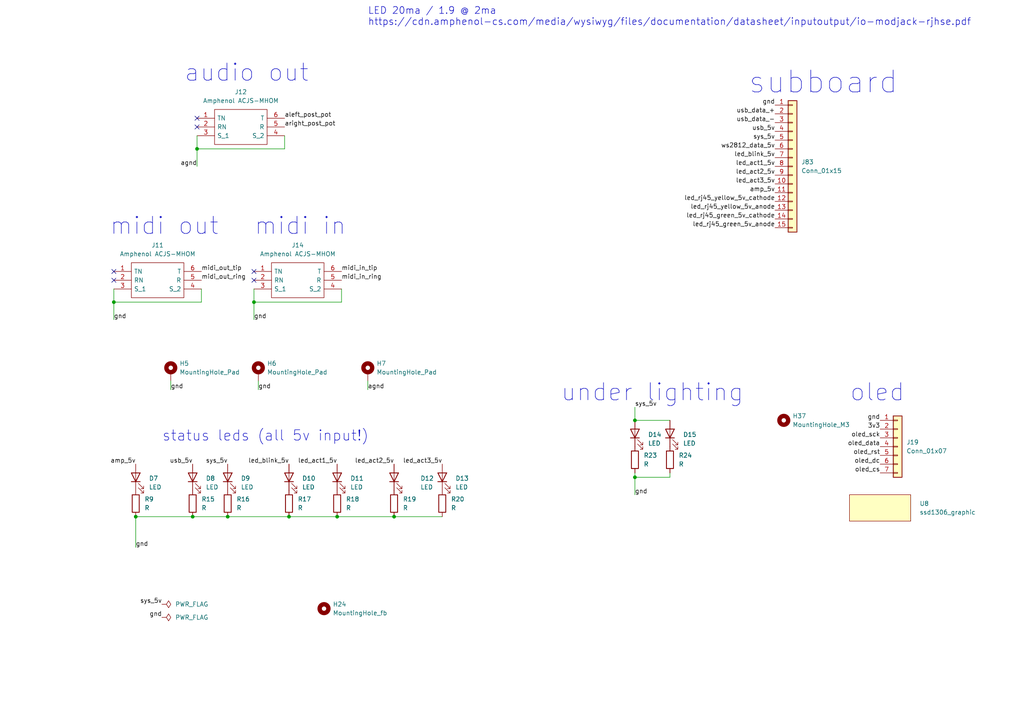
<source format=kicad_sch>
(kicad_sch (version 20211123) (generator eeschema)
  (paper "A4")
  (lib_symbols
    (symbol "Connector:USB_A" (pin_names (offset 1.016))
      (property "Reference" "J" (at -5.08 11.43 0))
      (property "Value" "USB_A" (at -5.08 8.89 0))
      (symbol "USB_A_0_1"
        (rectangle (start -5.08 -7.62) (end 5.08 7.62) (stroke (width 0.254)) (fill (type background)))
        (circle (center -3.81 2.159) (radius 0.635) (stroke (width 0.254)) (fill (type outline)))
        (rectangle (start -1.524 4.826) (end -4.318 5.334) (fill (type outline)))
        (rectangle (start -1.27 4.572) (end -4.572 5.842))
        (circle (center -0.635 3.429) (radius 0.381) (stroke (width 0.254)) (fill (type outline)))
        (rectangle (start -0.127 -7.62) (end 0.127 -6.858))
        (polyline (pts (xy -3.175 2.159) (xy -2.54 2.159) (xy -1.27 3.429) (xy -0.635 3.429)) (stroke (width 0.254)))
        (polyline (pts (xy -2.54 2.159) (xy -1.905 2.159) (xy -1.27 0.889) (xy 0 0.889)) (stroke (width 0.254)))
        (polyline (pts (xy 0.635 2.794) (xy 0.635 1.524) (xy 1.905 2.159) (xy 0.635 2.794)) (stroke (width 0.254)) (fill (type outline)))
        (rectangle (start 0.254 1.27) (end -0.508 0.508) (stroke (width 0.254)) (fill (type outline)))
        (rectangle (start 5.08 -2.667) (end 4.318 -2.413))
        (rectangle (start 5.08 -0.127) (end 4.318 0.127))
        (rectangle (start 5.08 4.953) (end 4.318 5.207))
      )
      (symbol "USB_A_1_1"
        (polyline (pts (xy -1.905 2.159) (xy 0.635 2.159)) (stroke (width 0.254)))
        (pin power_in line (at 7.62 5.08 180) (length 2.54) (name "VBUS") (number "1"))
        (pin bidirectional line (at 7.62 -2.54 180) (length 2.54) (name "D-") (number "2"))
        (pin bidirectional line (at 7.62 0 180) (length 2.54) (name "D+") (number "3"))
        (pin power_in line (at 0 -10.16 90) (length 2.54) (name "GND") (number "4"))
        (pin passive line (at -2.54 -10.16 90) (length 2.54) (name "Shield") (number "5"))
      )
    )
    (symbol "Connector_Generic:Conn_01x02" (pin_names (offset 1.016) hide)
      (property "Reference" "J" (at 0 2.54 0))
      (property "Value" "Conn_01x02" (at 0 -5.08 0))
      (symbol "Conn_01x02_1_1"
        (rectangle (start -1.27 -2.413) (end 0 -2.667) (stroke (width 0.1524)))
        (rectangle (start -1.27 0.127) (end 0 -0.127) (stroke (width 0.1524)))
        (rectangle (start -1.27 1.27) (end 1.27 -3.81) (stroke (width 0.254)) (fill (type background)))
        (pin passive line (at -5.08 0 0) (length 3.81) (name "Pin_1") (number "1"))
        (pin passive line (at -5.08 -2.54 0) (length 3.81) (name "Pin_2") (number "2"))
      )
    )
    (symbol "Connector_Generic:Conn_01x03" (pin_names (offset 1.016) hide)
      (property "Reference" "J" (at 0 5.08 0))
      (property "Value" "Conn_01x03" (at 0 -5.08 0))
      (symbol "Conn_01x03_1_1"
        (rectangle (start -1.27 -2.413) (end 0 -2.667) (stroke (width 0.1524)))
        (rectangle (start -1.27 0.127) (end 0 -0.127) (stroke (width 0.1524)))
        (rectangle (start -1.27 2.667) (end 0 2.413) (stroke (width 0.1524)))
        (rectangle (start -1.27 3.81) (end 1.27 -3.81) (stroke (width 0.254)) (fill (type background)))
        (pin passive line (at -5.08 2.54 0) (length 3.81) (name "Pin_1") (number "1"))
        (pin passive line (at -5.08 0 0) (length 3.81) (name "Pin_2") (number "2"))
        (pin passive line (at -5.08 -2.54 0) (length 3.81) (name "Pin_3") (number "3"))
      )
    )
    (symbol "Connector_Generic:Conn_01x04" (pin_names (offset 1.016) hide)
      (property "Reference" "J" (at 0 5.08 0))
      (property "Value" "Conn_01x04" (at 0 -7.62 0))
      (symbol "Conn_01x04_1_1"
        (rectangle (start -1.27 -4.953) (end 0 -5.207) (stroke (width 0.1524)))
        (rectangle (start -1.27 -2.413) (end 0 -2.667) (stroke (width 0.1524)))
        (rectangle (start -1.27 0.127) (end 0 -0.127) (stroke (width 0.1524)))
        (rectangle (start -1.27 2.667) (end 0 2.413) (stroke (width 0.1524)))
        (rectangle (start -1.27 3.81) (end 1.27 -6.35) (stroke (width 0.254)) (fill (type background)))
        (pin passive line (at -5.08 2.54 0) (length 3.81) (name "Pin_1") (number "1"))
        (pin passive line (at -5.08 0 0) (length 3.81) (name "Pin_2") (number "2"))
        (pin passive line (at -5.08 -2.54 0) (length 3.81) (name "Pin_3") (number "3"))
        (pin passive line (at -5.08 -5.08 0) (length 3.81) (name "Pin_4") (number "4"))
      )
    )
    (symbol "Connector_Generic:Conn_01x06" (pin_names (offset 1.016) hide)
      (property "Reference" "J" (at 0 7.62 0))
      (property "Value" "Conn_01x06" (at 0 -10.16 0))
      (symbol "Conn_01x06_1_1"
        (rectangle (start -1.27 -7.493) (end 0 -7.747) (stroke (width 0.1524)))
        (rectangle (start -1.27 -4.953) (end 0 -5.207) (stroke (width 0.1524)))
        (rectangle (start -1.27 -2.413) (end 0 -2.667) (stroke (width 0.1524)))
        (rectangle (start -1.27 0.127) (end 0 -0.127) (stroke (width 0.1524)))
        (rectangle (start -1.27 2.667) (end 0 2.413) (stroke (width 0.1524)))
        (rectangle (start -1.27 5.207) (end 0 4.953) (stroke (width 0.1524)))
        (rectangle (start -1.27 6.35) (end 1.27 -8.89) (stroke (width 0.254)) (fill (type background)))
        (pin passive line (at -5.08 5.08 0) (length 3.81) (name "Pin_1") (number "1"))
        (pin passive line (at -5.08 2.54 0) (length 3.81) (name "Pin_2") (number "2"))
        (pin passive line (at -5.08 0 0) (length 3.81) (name "Pin_3") (number "3"))
        (pin passive line (at -5.08 -2.54 0) (length 3.81) (name "Pin_4") (number "4"))
        (pin passive line (at -5.08 -5.08 0) (length 3.81) (name "Pin_5") (number "5"))
        (pin passive line (at -5.08 -7.62 0) (length 3.81) (name "Pin_6") (number "6"))
      )
    )
    (symbol "Connector_Generic:Conn_01x07" (pin_names (offset 1.016) hide)
      (property "Reference" "J" (at 0 10.16 0))
      (property "Value" "Conn_01x07" (at 0 -10.16 0))
      (symbol "Conn_01x07_1_1"
        (rectangle (start -1.27 -7.493) (end 0 -7.747) (stroke (width 0.1524)))
        (rectangle (start -1.27 -4.953) (end 0 -5.207) (stroke (width 0.1524)))
        (rectangle (start -1.27 -2.413) (end 0 -2.667) (stroke (width 0.1524)))
        (rectangle (start -1.27 0.127) (end 0 -0.127) (stroke (width 0.1524)))
        (rectangle (start -1.27 2.667) (end 0 2.413) (stroke (width 0.1524)))
        (rectangle (start -1.27 5.207) (end 0 4.953) (stroke (width 0.1524)))
        (rectangle (start -1.27 7.747) (end 0 7.493) (stroke (width 0.1524)))
        (rectangle (start -1.27 8.89) (end 1.27 -8.89) (stroke (width 0.254)) (fill (type background)))
        (pin passive line (at -5.08 7.62 0) (length 3.81) (name "Pin_1") (number "1"))
        (pin passive line (at -5.08 5.08 0) (length 3.81) (name "Pin_2") (number "2"))
        (pin passive line (at -5.08 2.54 0) (length 3.81) (name "Pin_3") (number "3"))
        (pin passive line (at -5.08 0 0) (length 3.81) (name "Pin_4") (number "4"))
        (pin passive line (at -5.08 -2.54 0) (length 3.81) (name "Pin_5") (number "5"))
        (pin passive line (at -5.08 -5.08 0) (length 3.81) (name "Pin_6") (number "6"))
        (pin passive line (at -5.08 -7.62 0) (length 3.81) (name "Pin_7") (number "7"))
      )
    )
    (symbol "Connector_Generic:Conn_01x08" (pin_names (offset 1.016) hide)
      (property "Reference" "J" (at 0 10.16 0))
      (property "Value" "Conn_01x08" (at 0 -12.7 0))
      (symbol "Conn_01x08_1_1"
        (rectangle (start -1.27 -10.033) (end 0 -10.287) (stroke (width 0.1524)))
        (rectangle (start -1.27 -7.493) (end 0 -7.747) (stroke (width 0.1524)))
        (rectangle (start -1.27 -4.953) (end 0 -5.207) (stroke (width 0.1524)))
        (rectangle (start -1.27 -2.413) (end 0 -2.667) (stroke (width 0.1524)))
        (rectangle (start -1.27 0.127) (end 0 -0.127) (stroke (width 0.1524)))
        (rectangle (start -1.27 2.667) (end 0 2.413) (stroke (width 0.1524)))
        (rectangle (start -1.27 5.207) (end 0 4.953) (stroke (width 0.1524)))
        (rectangle (start -1.27 7.747) (end 0 7.493) (stroke (width 0.1524)))
        (rectangle (start -1.27 8.89) (end 1.27 -11.43) (stroke (width 0.254)) (fill (type background)))
        (pin passive line (at -5.08 7.62 0) (length 3.81) (name "Pin_1") (number "1"))
        (pin passive line (at -5.08 5.08 0) (length 3.81) (name "Pin_2") (number "2"))
        (pin passive line (at -5.08 2.54 0) (length 3.81) (name "Pin_3") (number "3"))
        (pin passive line (at -5.08 0 0) (length 3.81) (name "Pin_4") (number "4"))
        (pin passive line (at -5.08 -2.54 0) (length 3.81) (name "Pin_5") (number "5"))
        (pin passive line (at -5.08 -5.08 0) (length 3.81) (name "Pin_6") (number "6"))
        (pin passive line (at -5.08 -7.62 0) (length 3.81) (name "Pin_7") (number "7"))
        (pin passive line (at -5.08 -10.16 0) (length 3.81) (name "Pin_8") (number "8"))
      )
    )
    (symbol "Connector_Generic:Conn_01x09" (pin_names (offset 1.016) hide)
      (property "Reference" "J" (at 0 12.7 0))
      (property "Value" "Conn_01x09" (at 0 -12.7 0))
      (symbol "Conn_01x09_1_1"
        (rectangle (start -1.27 -10.033) (end 0 -10.287) (stroke (width 0.1524)))
        (rectangle (start -1.27 -7.493) (end 0 -7.747) (stroke (width 0.1524)))
        (rectangle (start -1.27 -4.953) (end 0 -5.207) (stroke (width 0.1524)))
        (rectangle (start -1.27 -2.413) (end 0 -2.667) (stroke (width 0.1524)))
        (rectangle (start -1.27 0.127) (end 0 -0.127) (stroke (width 0.1524)))
        (rectangle (start -1.27 2.667) (end 0 2.413) (stroke (width 0.1524)))
        (rectangle (start -1.27 5.207) (end 0 4.953) (stroke (width 0.1524)))
        (rectangle (start -1.27 7.747) (end 0 7.493) (stroke (width 0.1524)))
        (rectangle (start -1.27 10.287) (end 0 10.033) (stroke (width 0.1524)))
        (rectangle (start -1.27 11.43) (end 1.27 -11.43) (stroke (width 0.254)) (fill (type background)))
        (pin passive line (at -5.08 10.16 0) (length 3.81) (name "Pin_1") (number "1"))
        (pin passive line (at -5.08 7.62 0) (length 3.81) (name "Pin_2") (number "2"))
        (pin passive line (at -5.08 5.08 0) (length 3.81) (name "Pin_3") (number "3"))
        (pin passive line (at -5.08 2.54 0) (length 3.81) (name "Pin_4") (number "4"))
        (pin passive line (at -5.08 0 0) (length 3.81) (name "Pin_5") (number "5"))
        (pin passive line (at -5.08 -2.54 0) (length 3.81) (name "Pin_6") (number "6"))
        (pin passive line (at -5.08 -5.08 0) (length 3.81) (name "Pin_7") (number "7"))
        (pin passive line (at -5.08 -7.62 0) (length 3.81) (name "Pin_8") (number "8"))
        (pin passive line (at -5.08 -10.16 0) (length 3.81) (name "Pin_9") (number "9"))
      )
    )
    (symbol "Connector_Generic:Conn_01x12" (pin_names (offset 1.016) hide)
      (property "Reference" "J" (at 0 15.24 0))
      (property "Value" "Conn_01x12" (at 0 -17.78 0))
      (symbol "Conn_01x12_1_1"
        (rectangle (start -1.27 -15.113) (end 0 -15.367) (stroke (width 0.1524)))
        (rectangle (start -1.27 -12.573) (end 0 -12.827) (stroke (width 0.1524)))
        (rectangle (start -1.27 -10.033) (end 0 -10.287) (stroke (width 0.1524)))
        (rectangle (start -1.27 -7.493) (end 0 -7.747) (stroke (width 0.1524)))
        (rectangle (start -1.27 -4.953) (end 0 -5.207) (stroke (width 0.1524)))
        (rectangle (start -1.27 -2.413) (end 0 -2.667) (stroke (width 0.1524)))
        (rectangle (start -1.27 0.127) (end 0 -0.127) (stroke (width 0.1524)))
        (rectangle (start -1.27 2.667) (end 0 2.413) (stroke (width 0.1524)))
        (rectangle (start -1.27 5.207) (end 0 4.953) (stroke (width 0.1524)))
        (rectangle (start -1.27 7.747) (end 0 7.493) (stroke (width 0.1524)))
        (rectangle (start -1.27 10.287) (end 0 10.033) (stroke (width 0.1524)))
        (rectangle (start -1.27 12.827) (end 0 12.573) (stroke (width 0.1524)))
        (rectangle (start -1.27 13.97) (end 1.27 -16.51) (stroke (width 0.254)) (fill (type background)))
        (pin passive line (at -5.08 12.7 0) (length 3.81) (name "Pin_1") (number "1"))
        (pin passive line (at -5.08 -10.16 0) (length 3.81) (name "Pin_10") (number "10"))
        (pin passive line (at -5.08 -12.7 0) (length 3.81) (name "Pin_11") (number "11"))
        (pin passive line (at -5.08 -15.24 0) (length 3.81) (name "Pin_12") (number "12"))
        (pin passive line (at -5.08 10.16 0) (length 3.81) (name "Pin_2") (number "2"))
        (pin passive line (at -5.08 7.62 0) (length 3.81) (name "Pin_3") (number "3"))
        (pin passive line (at -5.08 5.08 0) (length 3.81) (name "Pin_4") (number "4"))
        (pin passive line (at -5.08 2.54 0) (length 3.81) (name "Pin_5") (number "5"))
        (pin passive line (at -5.08 0 0) (length 3.81) (name "Pin_6") (number "6"))
        (pin passive line (at -5.08 -2.54 0) (length 3.81) (name "Pin_7") (number "7"))
        (pin passive line (at -5.08 -5.08 0) (length 3.81) (name "Pin_8") (number "8"))
        (pin passive line (at -5.08 -7.62 0) (length 3.81) (name "Pin_9") (number "9"))
      )
    )
    (symbol "Connector_Generic:Conn_01x15" (pin_names (offset 1.016) hide)
      (property "Reference" "J" (at 0 20.32 0))
      (property "Value" "Conn_01x15" (at 0 -20.32 0))
      (symbol "Conn_01x15_1_1"
        (rectangle (start -1.27 -17.653) (end 0 -17.907) (stroke (width 0.1524)))
        (rectangle (start -1.27 -15.113) (end 0 -15.367) (stroke (width 0.1524)))
        (rectangle (start -1.27 -12.573) (end 0 -12.827) (stroke (width 0.1524)))
        (rectangle (start -1.27 -10.033) (end 0 -10.287) (stroke (width 0.1524)))
        (rectangle (start -1.27 -7.493) (end 0 -7.747) (stroke (width 0.1524)))
        (rectangle (start -1.27 -4.953) (end 0 -5.207) (stroke (width 0.1524)))
        (rectangle (start -1.27 -2.413) (end 0 -2.667) (stroke (width 0.1524)))
        (rectangle (start -1.27 0.127) (end 0 -0.127) (stroke (width 0.1524)))
        (rectangle (start -1.27 2.667) (end 0 2.413) (stroke (width 0.1524)))
        (rectangle (start -1.27 5.207) (end 0 4.953) (stroke (width 0.1524)))
        (rectangle (start -1.27 7.747) (end 0 7.493) (stroke (width 0.1524)))
        (rectangle (start -1.27 10.287) (end 0 10.033) (stroke (width 0.1524)))
        (rectangle (start -1.27 12.827) (end 0 12.573) (stroke (width 0.1524)))
        (rectangle (start -1.27 15.367) (end 0 15.113) (stroke (width 0.1524)))
        (rectangle (start -1.27 17.907) (end 0 17.653) (stroke (width 0.1524)))
        (rectangle (start -1.27 19.05) (end 1.27 -19.05) (stroke (width 0.254)) (fill (type background)))
        (pin passive line (at -5.08 17.78 0) (length 3.81) (name "Pin_1") (number "1"))
        (pin passive line (at -5.08 -5.08 0) (length 3.81) (name "Pin_10") (number "10"))
        (pin passive line (at -5.08 -7.62 0) (length 3.81) (name "Pin_11") (number "11"))
        (pin passive line (at -5.08 -10.16 0) (length 3.81) (name "Pin_12") (number "12"))
        (pin passive line (at -5.08 -12.7 0) (length 3.81) (name "Pin_13") (number "13"))
        (pin passive line (at -5.08 -15.24 0) (length 3.81) (name "Pin_14") (number "14"))
        (pin passive line (at -5.08 -17.78 0) (length 3.81) (name "Pin_15") (number "15"))
        (pin passive line (at -5.08 15.24 0) (length 3.81) (name "Pin_2") (number "2"))
        (pin passive line (at -5.08 12.7 0) (length 3.81) (name "Pin_3") (number "3"))
        (pin passive line (at -5.08 10.16 0) (length 3.81) (name "Pin_4") (number "4"))
        (pin passive line (at -5.08 7.62 0) (length 3.81) (name "Pin_5") (number "5"))
        (pin passive line (at -5.08 5.08 0) (length 3.81) (name "Pin_6") (number "6"))
        (pin passive line (at -5.08 2.54 0) (length 3.81) (name "Pin_7") (number "7"))
        (pin passive line (at -5.08 0 0) (length 3.81) (name "Pin_8") (number "8"))
        (pin passive line (at -5.08 -2.54 0) (length 3.81) (name "Pin_9") (number "9"))
      )
    )
    (symbol "Device:C" (pin_numbers hide) (pin_names (offset 0.254))
      (property "Reference" "C" (at 0.635 2.54 0))
      (property "Value" "C" (at 0.635 -2.54 0))
      (symbol "C_0_1"
        (polyline (pts (xy -2.032 -0.762) (xy 2.032 -0.762)) (stroke (width 0.508)))
        (polyline (pts (xy -2.032 0.762) (xy 2.032 0.762)) (stroke (width 0.508)))
      )
      (symbol "C_1_1"
        (pin passive line (at 0 3.81 270) (length 2.794) (name "~") (number "1"))
        (pin passive line (at 0 -3.81 90) (length 2.794) (name "~") (number "2"))
      )
    )
    (symbol "Device:LED" (pin_numbers hide) (pin_names (offset 1.016) hide)
      (property "Reference" "D" (at 0 2.54 0))
      (property "Value" "LED" (at 0 -2.54 0))
      (symbol "LED_0_1"
        (polyline (pts (xy -1.27 -1.27) (xy -1.27 1.27)) (stroke (width 0.254)))
        (polyline (pts (xy -1.27 0) (xy 1.27 0)))
        (polyline (pts (xy 1.27 -1.27) (xy 1.27 1.27) (xy -1.27 0) (xy 1.27 -1.27)) (stroke (width 0.254)))
        (polyline (pts (xy -3.048 -0.762) (xy -4.572 -2.286) (xy -3.81 -2.286) (xy -4.572 -2.286) (xy -4.572 -1.524)))
        (polyline (pts (xy -1.778 -0.762) (xy -3.302 -2.286) (xy -2.54 -2.286) (xy -3.302 -2.286) (xy -3.302 -1.524)))
      )
      (symbol "LED_1_1"
        (pin passive line (at -3.81 0 0) (length 2.54) (name "K") (number "1"))
        (pin passive line (at 3.81 0 180) (length 2.54) (name "A") (number "2"))
      )
    )
    (symbol "Device:NetTie_2" (pin_numbers hide) (pin_names (offset 0) hide)
      (property "Reference" "NT" (at 0 1.27 0))
      (property "Value" "NetTie_2" (at 0 -1.27 0))
      (symbol "NetTie_2_0_1"
        (polyline (pts (xy -1.27 0) (xy 1.27 0)) (stroke (width 0.254)))
      )
      (symbol "NetTie_2_1_1"
        (pin passive line (at -2.54 0 0) (length 2.54) (name "1") (number "1"))
        (pin passive line (at 2.54 0 180) (length 2.54) (name "2") (number "2"))
      )
    )
    (symbol "Device:R" (pin_numbers hide) (pin_names (offset 0))
      (property "Reference" "R" (at 2.032 0 90))
      (property "Value" "R" (at 0 0 90))
      (symbol "R_0_1"
        (rectangle (start -1.016 -2.54) (end 1.016 2.54) (stroke (width 0.254)))
      )
      (symbol "R_1_1"
        (pin passive line (at 0 3.81 270) (length 1.27) (name "~") (number "1"))
        (pin passive line (at 0 -3.81 90) (length 1.27) (name "~") (number "2"))
      )
    )
    (symbol "Mechanical:MountingHole" (pin_names (offset 1.016))
      (property "Reference" "H" (at 0 5.08 0))
      (property "Value" "MountingHole" (at 0 3.175 0))
      (symbol "MountingHole_0_1"
        (circle (center 0 0) (radius 1.27) (stroke (width 1.27)))
      )
    )
    (symbol "Mechanical:MountingHole_Pad" (pin_numbers hide) (pin_names (offset 1.016) hide)
      (property "Reference" "H" (at 0 6.35 0))
      (property "Value" "MountingHole_Pad" (at 0 4.445 0))
      (symbol "MountingHole_Pad_0_1"
        (circle (center 0 1.27) (radius 1.27) (stroke (width 1.27)))
      )
      (symbol "MountingHole_Pad_1_1"
        (pin input line (at 0 -2.54 90) (length 2.54) (name "1") (number "1"))
      )
    )
    (symbol "clarinoid2:Amphenol ACJS-MHOM" (pin_names (offset 0.762))
      (property "Reference" "J" (at 21.59 7.62 0))
      (property "Value" "Amphenol ACJS-MHOM" (at 21.59 5.08 0))
      (symbol "Amphenol ACJS-MHOM_0_0"
        (pin passive line (at 0 0 0) (length 5.08) (name "TN") (number "1"))
        (pin passive line (at 0 -2.54 0) (length 5.08) (name "RN") (number "2"))
        (pin passive line (at 0 -5.08 0) (length 5.08) (name "S_1") (number "3"))
        (pin passive line (at 25.4 -5.08 180) (length 5.08) (name "S_2") (number "4"))
        (pin passive line (at 25.4 -2.54 180) (length 5.08) (name "R") (number "5"))
        (pin passive line (at 25.4 0 180) (length 5.08) (name "T") (number "6"))
      )
      (symbol "Amphenol ACJS-MHOM_0_1"
        (polyline (pts (xy 5.08 2.54) (xy 20.32 2.54) (xy 20.32 -7.62) (xy 5.08 -7.62) (xy 5.08 2.54)) (stroke (width 0.1524)))
      )
    )
    (symbol "clarinoid2:Placeholder" (in_bom no)
      (property "Reference" "U" (at 0 0 0))
      (property "Value" "Placeholder" (at 0 -1.27 0))
      (symbol "Placeholder_0_1"
        (rectangle (start -8.89 2.54) (end 8.89 -5.08) (fill (type background)))
      )
    )
    (symbol "power:PWR_FLAG" (power) (pin_numbers hide) (pin_names (offset 0) hide)
      (property "Value" "PWR_FLAG" (at 0 3.81 0))
      (symbol "PWR_FLAG_0_0"
        (pin power_out line (at 0 0 90) (length 0) (name "pwr") (number "1"))
      )
      (symbol "PWR_FLAG_0_1"
        (polyline (pts (xy 0 0) (xy 0 1.27) (xy -1.016 1.905) (xy 0 2.54) (xy 1.016 1.905) (xy 0 1.27)))
      )
    )
  )
  (junction (at 420.37 116.84))
  (junction (at 83.82 149.86))
  (junction (at 33.02 87.63))
  (junction (at 434.975 116.84))
  (junction (at 97.79 149.86))
  (junction (at 463.55 124.46))
  (junction (at 434.975 124.46))
  (junction (at 55.88 149.86))
  (junction (at 463.55 116.84))
  (junction (at 345.44 63.5))
  (junction (at 448.31 124.46))
  (junction (at 184.15 138.43))
  (junction (at 476.25 116.84))
  (junction (at 114.3 149.86))
  (junction (at 448.31 116.84))
  (junction (at 73.66 87.63))
  (junction (at 66.04 149.86))
  (junction (at 57.15 43.18))
  (junction (at 39.37 149.86))
  (junction (at 184.15 121.92))
  (no_connect (at 73.66 78.74))
  (no_connect (at 73.66 81.28))
  (no_connect (at 33.02 81.28))
  (no_connect (at 33.02 78.74))
  (no_connect (at 57.15 36.83))
  (no_connect (at 57.15 34.29))
  (wire (pts (xy 33.02 83.82) (xy 33.02 87.63)))
  (wire (pts (xy 114.3 149.86) (xy 128.27 149.86)))
  (wire (pts (xy 82.55 43.18) (xy 57.15 43.18)))
  (wire (pts (xy 184.15 143.51) (xy 184.15 138.43)))
  (wire (pts (xy 345.44 67.31) (xy 345.44 63.5)))
  (wire (pts (xy 184.15 138.43) (xy 184.15 137.16)))
  (wire (pts (xy 33.02 87.63) (xy 33.02 92.71)))
  (wire (pts (xy 97.79 149.86) (xy 114.3 149.86)))
  (wire (pts (xy 184.15 121.92) (xy 194.31 121.92)))
  (wire (pts (xy 448.31 124.46) (xy 463.55 124.46)))
  (wire (pts (xy 463.55 116.84) (xy 448.31 116.84)))
  (wire (pts (xy 99.06 83.82) (xy 99.06 87.63)))
  (wire (pts (xy 58.42 83.82) (xy 58.42 87.63)))
  (wire (pts (xy 434.975 124.46) (xy 448.31 124.46)))
  (wire (pts (xy 57.15 48.26) (xy 57.15 43.18)))
  (wire (pts (xy 74.93 113.03) (xy 74.93 110.49)))
  (wire (pts (xy 73.66 87.63) (xy 73.66 92.71)))
  (wire (pts (xy 412.75 116.84) (xy 420.37 116.84)))
  (wire (pts (xy 73.66 83.82) (xy 73.66 87.63)))
  (wire (pts (xy 57.15 43.18) (xy 57.15 39.37)))
  (wire (pts (xy 194.31 137.16) (xy 194.31 138.43)))
  (wire (pts (xy 39.37 149.86) (xy 55.88 149.86)))
  (wire (pts (xy 476.25 116.84) (xy 463.55 116.84)))
  (wire (pts (xy 83.82 149.86) (xy 97.79 149.86)))
  (wire (pts (xy 55.88 149.86) (xy 66.04 149.86)))
  (wire (pts (xy 184.15 118.11) (xy 184.15 121.92)))
  (wire (pts (xy 194.31 138.43) (xy 184.15 138.43)))
  (wire (pts (xy 39.37 158.75) (xy 39.37 149.86)))
  (wire (pts (xy 66.04 149.86) (xy 83.82 149.86)))
  (wire (pts (xy 82.55 39.37) (xy 82.55 43.18)))
  (wire (pts (xy 448.31 116.84) (xy 434.975 116.84)))
  (wire (pts (xy 463.55 124.46) (xy 476.25 124.46)))
  (wire (pts (xy 487.68 116.84) (xy 476.25 116.84)))
  (wire (pts (xy 49.53 113.03) (xy 49.53 110.49)))
  (wire (pts (xy 434.975 116.84) (xy 420.37 116.84)))
  (wire (pts (xy 99.06 87.63) (xy 73.66 87.63)))
  (wire (pts (xy 420.37 124.46) (xy 434.975 124.46)))
  (wire (pts (xy 106.68 113.03) (xy 106.68 110.49)))
  (wire (pts (xy 342.9 63.5) (xy 345.44 63.5)))
  (wire (pts (xy 58.42 87.63) (xy 33.02 87.63)))
  (text "audio out" (at 53.34 24.13 0) (effects (font (size 5 5)) (justify left bottom)))
  (text "USB-A host for\nkeyboard (internal)" (at 335.28 36.83 0) (effects (font (size 6.35 6.35)) (justify left bottom)))
  (text "led" (at 398.78 154.94 0) (effects (font (size 5 5)) (justify left bottom)))
  (text "MAIN BOTTOM\n\nadd test points" (at 5.08 -3.81 0) (effects (font (size 5 5) (thickness 1) bold) (justify left bottom)))
  (text "led+midi" (at -40.64 100.33 0) (effects (font (size 5 5)) (justify left bottom)))
  (text "audio" (at -33.02 186.69 0) (effects (font (size 5 5)) (justify left bottom)))
  (text "oled from top" (at -63.5 38.1 0) (effects (font (size 5 5)) (justify left bottom)))
  (text "status leds (all 5v input!)" (at 46.99 128.27 0) (effects (font (size 3 3)) (justify left bottom)))
  (text "to top" (at -48.26 25.4 0) (effects (font (size 5 5) (thickness 1) bold) (justify left bottom)))
  (text "to batt" (at 347.98 102.87 0) (effects (font (size 5 5)) (justify left bottom)))
  (text "pwr+usb" (at -49.53 67.31 0) (effects (font (size 5 5)) (justify left bottom)))
  (text "midi out" (at 31.75 68.58 0) (effects (font (size 5 5)) (justify left bottom)))
  (text "potentiometer header + power" (at 411.48 76.2 0) (effects (font (size 5 5)) (justify left bottom)))
  (text "midi in" (at 73.66 68.58 0) (effects (font (size 5 5)) (justify left bottom)))
  (text "wire" (at 330.2 149.86 0) (effects (font (size 5 5)) (justify left bottom)))
  (text "under lighting" (at 162.56 116.84 0) (effects (font (size 5 5)) (justify left bottom)))
  (text "oled" (at 246.38 116.84 0) (effects (font (size 5 5)) (justify left bottom)))
  (text "buttons" (at -39.37 143.51 0) (effects (font (size 5 5)) (justify left bottom)))
  (text "LED 20ma / 1.9 @ 2ma\nhttps://cdn.amphenol-cs.com/media/wysiwyg/files/documentation/datasheet/inputoutput/io-modjack-rjhse.pdf\n" (at 106.68 7.62 0) (effects (font (size 2 2)) (justify left bottom)))
  (text "subboard" (at 216.916 27.686 0) (effects (font (size 6.35 6.35)) (justify left bottom)))
  (label "midi_out_tip" (at -30.48 132.08 180))
  (label "btn_x5" (at 342.9 184.15 180))
  (label "midi_in_ring" (at 99.06 81.28 0))
  (label "usb_host_+" (at -34.29 90.17 180))
  (label "led_blink_5v" (at 400.05 187.96 180))
  (label "led_rj45_green_5v_anode" (at 224.79 66.04 180))
  (label "led_rj45_yellow_5v_anode" (at -30.48 116.84 180))
  (label "led_blink_5v" (at -30.48 106.68 180))
  (label "oled_data" (at 255.27 129.54 180))
  (label "ws2812_data_5v" (at -30.48 121.92 180))
  (label "pot_sw1" (at 433.07 106.68 180))
  (label "usb_5v" (at 55.88 134.62 180))
  (label "btn_x7" (at 316.23 161.29 180))
  (label "gnd" (at 73.66 92.71 0))
  (label "oled_dc" (at -35.56 53.34 180))
  (label "gnd" (at 316.23 158.75 180))
  (label "pot_sw2" (at 447.04 97.79 180))
  (label "led_act2_5v" (at 224.79 50.8 180))
  (label "3v3" (at -35.56 43.18 180))
  (label "btn_x1" (at 342.9 161.29 180))
  (label "3v3" (at -34.29 80.01 180))
  (label "usb_host_-" (at -34.29 92.71 180))
  (label "sys_5v" (at 46.99 175.26 180))
  (label "usb_5v" (at 401.32 170.18 180))
  (label "enc_a" (at 342.9 198.12 180))
  (label "gnd" (at 342.9 181.61 180))
  (label "gnd" (at -34.29 72.39 180))
  (label "usb_host_-" (at 353.06 55.88 0))
  (label "oled_sck" (at -35.56 45.72 180))
  (label "led_rj45_yellow_5v_anode" (at 224.79 60.96 180))
  (label "gnd" (at -29.21 147.32 180))
  (label "led_blink_5v" (at 224.79 45.72 180))
  (label "oled_sck" (at 255.27 127 180))
  (label "gnd" (at 46.99 179.07 180))
  (label "gnd" (at 401.32 196.85 180))
  (label "usb_5v" (at 224.79 38.1 180))
  (label "prg" (at -34.29 74.93 180))
  (label "sys_5v" (at -34.29 77.47 180))
  (label "enc_btn" (at 342.9 195.58 180))
  (label "led_act2_5v" (at 114.3 134.62 180))
  (label "aright_post_pot" (at 82.55 36.83 0))
  (label "amp_5v" (at 224.79 55.88 180))
  (label "agnd" (at 106.68 113.03 0))
  (label "usb_data_+" (at 224.79 33.02 180))
  (label "aleft_post_pot" (at 447.04 82.55 180))
  (label "sys_5v" (at 492.76 116.84 0))
  (label "led_act3_5v" (at -30.48 114.3 180))
  (label "amp_5v" (at 401.32 165.1 180))
  (label "gnd" (at 39.37 158.75 0))
  (label "gnd" (at 224.79 30.48 180))
  (label "led_act3_5v" (at 224.79 53.34 180))
  (label "usb_data_-" (at -34.29 85.09 180))
  (label "agnd" (at -30.48 190.5 180))
  (label "sys_5v" (at 353.06 48.26 0))
  (label "pot_sw2" (at 412.75 116.84 180))
  (label "3v3" (at 255.27 124.46 180))
  (label "btn_x4" (at -29.21 157.48 180))
  (label "usb_data_+" (at -34.29 82.55 180))
  (label "gnd" (at 49.53 113.03 0))
  (label "midi_out_tip" (at 58.42 78.74 0))
  (label "gnd" (at 316.23 171.45 180))
  (label "btn_x2" (at -29.21 152.4 180))
  (label "btn_x8" (at 316.23 166.37 180))
  (label "chargeoutp_5v" (at 438.15 106.68 0))
  (label "usb_5v" (at 339.09 110.49 180))
  (label "btn_x8" (at -29.21 167.64 180))
  (label "midi_in_tip" (at -30.48 127 180))
  (label "btn_x4" (at 342.9 177.8 180))
  (label "led_act2_5v" (at 401.32 199.39 180))
  (label "gnd" (at 184.15 143.51 0))
  (label "sys_5v" (at 224.79 40.64 180))
  (label "aright_pre_pot" (at 447.04 92.71 180))
  (label "agnd" (at 57.15 48.26 180))
  (label "gnd" (at 342.9 175.26 180))
  (label "btn_x3" (at -29.21 154.94 180))
  (label "sys_5v" (at 339.09 113.03 180))
  (label "chargeoutp_5v" (at 339.09 115.57 180))
  (label "gnd" (at 400.05 185.42 180))
  (label "btn_x3" (at 342.9 172.72 180))
  (label "aleft_pre_pot" (at 447.04 85.09 180))
  (label "oled_rst" (at -35.56 50.8 180))
  (label "gnd" (at 342.9 163.83 180))
  (label "gnd" (at 342.9 170.18 180))
  (label "sys_5v" (at 66.04 134.62 180))
  (label "aleft_pre_pot" (at -30.48 193.04 180))
  (label "led_rj45_yellow_5v_cathode" (at 224.79 58.42 180))
  (label "enc_btn" (at -29.21 170.18 180))
  (label "gnd" (at 339.09 107.95 180))
  (label "oled_data" (at -35.56 48.26 180))
  (label "led_rj45_green_5v_cathode" (at 224.79 63.5 180))
  (label "usb_data_-" (at 224.79 35.56 180))
  (label "gnd" (at 342.9 193.04 180))
  (label "ws2812_data_5v" (at 224.79 43.18 180))
  (label "sys_5v" (at 184.15 118.11 0))
  (label "btn_x6" (at 342.9 189.23 180))
  (label "btn_x1" (at -29.21 149.86 180))
  (label "gnd" (at 74.93 113.03 0))
  (label "midi_out_ring" (at -30.48 129.54 180))
  (label "led_act1_5v" (at 401.32 194.31 180))
  (label "enc_b" (at 342.9 200.66 180))
  (label "led_rj45_green_5v_anode" (at -30.48 119.38 180))
  (label "led_act3_5v" (at 401.32 204.47 180))
  (label "gnd" (at 342.9 186.69 180))
  (label "gnd" (at 255.27 121.92 180))
  (label "oled_cs" (at -35.56 55.88 180))
  (label "btn_x6" (at -29.21 162.56 180))
  (label "oled_dc" (at 255.27 134.62 180))
  (label "gnd" (at 342.9 158.75 180))
  (label "gnd" (at 345.44 67.31 0))
  (label "enc_a" (at -29.21 172.72 180))
  (label "pot_sw1" (at 447.04 95.25 180))
  (label "gnd" (at 316.23 163.83 180))
  (label "sys_5v" (at 401.32 175.26 180))
  (label "led_act1_5v" (at 224.79 48.26 180))
  (label "aright_post_pot" (at 447.04 90.17 180))
  (label "led_act1_5v" (at -30.48 109.22 180))
  (label "btn_x7" (at -29.21 165.1 180))
  (label "midi_out_ring" (at 58.42 81.28 0))
  (label "enc_b" (at -29.21 175.26 180))
  (label "led_act1_5v" (at 97.79 134.62 180))
  (label "amp_5v" (at 39.37 134.62 180))
  (label "gnd" (at 420.37 124.46 270))
  (label "agnd" (at 447.04 87.63 180))
  (label "prg" (at 316.23 173.99 180))
  (label "btn_x2" (at 342.9 166.37 180))
  (label "gnd" (at 401.32 172.72 180))
  (label "led_act2_5v" (at -30.48 111.76 180))
  (label "gnd" (at 401.32 167.64 180))
  (label "midi_in_ring" (at -30.48 124.46 180))
  (label "oled_cs" (at 255.27 137.16 180))
  (label "gnd" (at 401.32 191.77 180))
  (label "oled_rst" (at 255.27 132.08 180))
  (label "gnd" (at -35.56 40.64 180))
  (label "aleft_post_pot" (at 82.55 34.29 0))
  (label "led_act3_5v" (at 128.27 134.62 180))
  (label "aright_pre_pot" (at -30.48 195.58 180))
  (label "gnd" (at -30.48 104.14 180))
  (label "midi_in_tip" (at 99.06 78.74 0))
  (label "gnd" (at 33.02 92.71 0))
  (label "gnd" (at 401.32 162.56 180))
  (label "gnd" (at 401.32 201.93 180))
  (label "usb_host_+" (at 353.06 53.34 0))
  (label "btn_x5" (at -29.21 160.02 180))
  (label "usb_5v" (at -34.29 87.63 180))
  (label "led_blink_5v" (at 83.82 134.62 180))
  (label "agnd" (at 447.04 80.01 180))
  (symbol (lib_id "Device:R") (at 128.27 146.05 0) (unit 1) (in_bom no)
    (property "Reference" "R20" (at 130.81 144.7799 0) (effects (justify left)))
    (property "Value" "R" (at 130.81 147.3199 0) (effects (justify left)))
    (property "Footprint" "Resistor_THT:R_Axial_DIN0207_L6.3mm_D2.5mm_P10.16mm_Horizontal" (effects hide))
  )
  (symbol (lib_id "Device:C") (at 434.975 120.65 0) (unit 1)
    (property "Reference" "C22" (at 440.055 119.3799 0) (effects (justify left)))
    (property "Value" "22uF" (at 440.055 121.9199 0) (effects (justify left)))
    (property "Footprint" "Capacitor_SMD:C_1206_3216Metric" (effects hide))
    (property "LCSC part number" "C12891" (effects hide))
    (property "LCSC" "C12891" (effects hide))
  )
  (symbol (lib_id "Device:LED") (at 97.79 138.43 90) (unit 1) (in_bom no)
    (property "Reference" "D11" (at 101.6 138.7474 90) (effects (justify right)))
    (property "Value" "LED" (at 101.6 141.2874 90) (effects (justify right)))
    (property "Footprint" "clarinoid2:LED_D5.0mm_withbottomtext" (effects hide))
  )
  (symbol (lib_id "Connector_Generic:Conn_01x07") (at -30.48 48.26 0) (unit 1)
    (property "Reference" "J10" (at -27.94 46.9899 0) (effects (justify left)))
    (property "Value" "Conn_01x07" (at -27.94 49.5299 0) (effects (justify left)))
    (property "Footprint" "Connector_PinSocket_2.54mm:PinSocket_1x07_P2.54mm_Vertical" (effects hide))
    (property "LCSC" "C358721" (effects hide))
    (property "LCSC part number" "C358721" (effects hide))
  )
  (symbol (lib_id "Connector_Generic:Conn_01x04") (at 321.31 161.29 0) (unit 1) (in_bom no)
    (property "Reference" "J7" (at 323.85 161.2899 0) (effects (justify left)))
    (property "Value" "Conn_01x04" (at 323.85 163.8299 0) (effects (justify left)))
    (property "Footprint" "Connector_JST:JST_PH_B4B-PH-K_1x04_P2.00mm_Vertical" (effects hide))
  )
  (symbol (lib_id "Device:C") (at 476.25 120.65 0) (unit 1)
    (property "Reference" "C25" (at 480.695 119.3799 0) (effects (justify left)))
    (property "Value" "0.1uF" (at 480.695 121.9199 0) (effects (justify left)))
    (property "Footprint" "Capacitor_SMD:C_0805_2012Metric" (effects hide))
    (property "LCSC part number" "C49678" (effects hide))
    (property "LCSC" "C49678" (effects hide))
  )
  (symbol (lib_id "clarinoid2:Amphenol ACJS-MHOM") (at 73.66 78.74 0) (unit 1) (in_bom no)
    (property "Reference" "J14" (at 86.36 71.12 0))
    (property "Value" "Amphenol ACJS-MHOM" (at 86.36 73.66 0))
    (property "Footprint" "SamacSys_Parts:ACJSMHOM" (effects hide))
    (property "Datasheet" "https://www.amphenol-sine.com/pdf/datasheet/ACJS-MHOM.pdf" (effects hide))
    (property "Description" "Phone Connectors 1/4\"HOR Snap-fit CHASSIS CONN" (effects hide))
    (property "Height" "12.7" (effects hide))
    (property "Mouser Part Number" "523-ACJS-MHOM" (effects hide))
    (property "Mouser Price/Stock" "https://www.mouser.co.uk/ProductDetail/Amphenol-Audio/ACJS-MHOM?qs=t8VhaDIDl4vZ9ROsgrVY0w%3D%3D" (effects hide))
    (property "Manufacturer_Name" "Amphenol" (effects hide))
    (property "Manufacturer_Part_Number" "ACJS-MHOM" (effects hide))
  )
  (symbol (lib_id "power:PWR_FLAG") (at 46.99 175.26 270) (unit 1)
    (property "Reference" "#FLG0107" (effects hide))
    (property "Value" "PWR_FLAG" (at 50.8 175.2599 90) (effects (justify left)))
  )
  (symbol (lib_id "Device:R") (at 194.31 133.35 0) (unit 1) (in_bom no)
    (property "Reference" "R24" (at 196.85 132.0799 0) (effects (justify left)))
    (property "Value" "R" (at 196.85 134.6199 0) (effects (justify left)))
    (property "Footprint" "Resistor_THT:R_Axial_DIN0207_L6.3mm_D2.5mm_P10.16mm_Horizontal" (effects hide))
  )
  (symbol (lib_id "Device:LED") (at 128.27 138.43 90) (unit 1) (in_bom no)
    (property "Reference" "D13" (at 132.08 138.7474 90) (effects (justify right)))
    (property "Value" "LED" (at 132.08 141.2874 90) (effects (justify right)))
    (property "Footprint" "clarinoid2:LED_D5.0mm_withbottomtext" (effects hide))
  )
  (symbol (lib_id "Connector_Generic:Conn_01x04") (at 347.98 184.15 0) (unit 1) (in_bom no)
    (property "Reference" "J51" (at 350.52 184.1499 0) (effects (justify left)))
    (property "Value" "Conn_01x04" (at 350.52 186.6899 0) (effects (justify left)))
    (property "Footprint" "Connector_JST:JST_PH_B4B-PH-K_1x04_P2.00mm_Vertical" (effects hide))
  )
  (symbol (lib_id "Connector_Generic:Conn_01x06") (at 406.4 196.85 0) (unit 1) (in_bom no)
    (property "Reference" "J57" (at 408.94 196.8499 0) (effects (justify left)))
    (property "Value" "Conn_01x06" (at 408.94 199.3899 0) (effects (justify left)))
    (property "Footprint" "Connector_JST:JST_PH_B6B-PH-K_1x06_P2.00mm_Vertical" (effects hide))
  )
  (symbol (lib_id "Device:LED") (at 55.88 138.43 90) (unit 1) (in_bom no)
    (property "Reference" "D8" (at 59.69 138.7474 90) (effects (justify right)))
    (property "Value" "LED" (at 59.69 141.2874 90) (effects (justify right)))
    (property "Footprint" "clarinoid2:LED_D5.0mm_withbottomtext" (effects hide))
  )
  (symbol (lib_id "Connector_Generic:Conn_01x07") (at 260.35 129.54 0) (unit 1)
    (property "Reference" "J19" (at 262.89 128.2699 0) (effects (justify left)))
    (property "Value" "Conn_01x07" (at 262.89 130.8099 0) (effects (justify left)))
    (property "Footprint" "Connector_PinSocket_2.54mm:PinSocket_1x07_P2.54mm_Vertical" (effects hide))
    (property "LCSC" "C358721" (effects hide))
    (property "LCSC part number" "C358721" (effects hide))
  )
  (symbol (lib_id "Device:R") (at 97.79 146.05 0) (unit 1) (in_bom no)
    (property "Reference" "R18" (at 100.33 144.7799 0) (effects (justify left)))
    (property "Value" "R" (at 100.33 147.3199 0) (effects (justify left)))
    (property "Footprint" "Resistor_THT:R_Axial_DIN0207_L6.3mm_D2.5mm_P10.16mm_Horizontal" (effects hide))
  )
  (symbol (lib_id "Device:C") (at 448.31 120.65 0) (unit 1)
    (property "Reference" "C23" (at 453.39 119.3799 0) (effects (justify left)))
    (property "Value" "22uF" (at 453.39 121.9199 0) (effects (justify left)))
    (property "Footprint" "Capacitor_SMD:C_1206_3216Metric" (effects hide))
    (property "LCSC part number" "C12891" (effects hide))
    (property "LCSC" "C12891" (effects hide))
  )
  (symbol (lib_id "power:PWR_FLAG") (at 46.99 179.07 270) (unit 1)
    (property "Reference" "#FLG0110" (effects hide))
    (property "Value" "PWR_FLAG" (at 50.8 179.0699 90) (effects (justify left)))
  )
  (symbol (lib_id "Connector_Generic:Conn_01x03") (at -25.4 193.04 0) (unit 1)
    (property "Reference" "J18" (at -22.86 191.7699 0) (effects (justify left)))
    (property "Value" "Conn_01x03" (at -22.86 194.3099 0) (effects (justify left)))
    (property "Footprint" "Connector_PinSocket_2.54mm:PinSocket_1x03_P2.54mm_Vertical" (effects hide))
    (property "LCSC" "C146243" (effects hide))
    (property "LCSC part number" "C146243" (effects hide))
  )
  (symbol (lib_id "Device:LED") (at 114.3 138.43 90) (unit 1) (in_bom no)
    (property "Reference" "D12" (at 121.92 138.7474 90) (effects (justify right)))
    (property "Value" "LED" (at 121.92 141.2874 90) (effects (justify right)))
    (property "Footprint" "clarinoid2:LED_D5.0mm_withbottomtext" (effects hide))
  )
  (symbol (lib_id "clarinoid2:Amphenol ACJS-MHOM") (at 33.02 78.74 0) (unit 1) (in_bom no)
    (property "Reference" "J11" (at 45.72 71.12 0))
    (property "Value" "Amphenol ACJS-MHOM" (at 45.72 73.66 0))
    (property "Footprint" "SamacSys_Parts:ACJSMHOM" (effects hide))
    (property "Datasheet" "https://www.amphenol-sine.com/pdf/datasheet/ACJS-MHOM.pdf" (effects hide))
    (property "Description" "Phone Connectors 1/4\"HOR Snap-fit CHASSIS CONN" (effects hide))
    (property "Height" "12.7" (effects hide))
    (property "Mouser Part Number" "523-ACJS-MHOM" (effects hide))
    (property "Mouser Price/Stock" "https://www.mouser.co.uk/ProductDetail/Amphenol-Audio/ACJS-MHOM?qs=t8VhaDIDl4vZ9ROsgrVY0w%3D%3D" (effects hide))
    (property "Manufacturer_Name" "Amphenol" (effects hide))
    (property "Manufacturer_Part_Number" "ACJS-MHOM" (effects hide))
  )
  (symbol (lib_id "Connector_Generic:Conn_01x12") (at -24.13 160.02 0) (unit 1)
    (property "Reference" "J16" (at -21.59 160.0199 0) (effects (justify left)))
    (property "Value" "Conn_01x12" (at -21.59 162.5599 0) (effects (justify left)))
    (property "Footprint" "Connector_PinSocket_2.54mm:PinSocket_1x12_P2.54mm_Vertical" (effects hide))
    (property "LCSC" "C350303" (effects hide))
    (property "LCSC part number" "C350303" (effects hide))
  )
  (symbol (lib_id "Device:LED") (at 83.82 138.43 90) (unit 1) (in_bom no)
    (property "Reference" "D10" (at 87.63 138.7474 90) (effects (justify right)))
    (property "Value" "LED" (at 87.63 141.2874 90) (effects (justify right)))
    (property "Footprint" "clarinoid2:LED_D5.0mm_withbottomtext" (effects hide))
  )
  (symbol (lib_id "Connector_Generic:Conn_01x04") (at 347.98 161.29 0) (unit 1) (in_bom no)
    (property "Reference" "J49" (at 350.52 161.2899 0) (effects (justify left)))
    (property "Value" "Conn_01x04" (at 350.52 163.8299 0) (effects (justify left)))
    (property "Footprint" "Connector_JST:JST_PH_B4B-PH-K_1x04_P2.00mm_Vertical" (effects hide))
  )
  (symbol (lib_id "Mechanical:MountingHole") (at 227.33 121.92 0) (unit 1) (in_bom no)
    (property "Reference" "H37" (at 229.87 120.6499 0) (effects (justify left)))
    (property "Value" "MountingHole_M3" (at 229.87 123.1899 0) (effects (justify left)))
    (property "Footprint" "MountingHole:MountingHole_3.2mm_M3" (effects hide))
  )
  (symbol (lib_id "Device:NetTie_2") (at 490.22 116.84 0) (unit 1) (in_bom no)
    (property "Reference" "NT5" (at 490.22 111.76 0))
    (property "Value" "NetTie_2" (at 490.22 114.3 0))
    (property "Footprint" "clarinoid2:NetTie-2_SMD_Pad1.0mm" (effects hide))
  )
  (symbol (lib_id "clarinoid2:Amphenol ACJS-MHOM") (at 57.15 34.29 0) (unit 1) (in_bom no)
    (property "Reference" "J12" (at 69.85 26.67 0))
    (property "Value" "Amphenol ACJS-MHOM" (at 69.85 29.21 0))
    (property "Footprint" "SamacSys_Parts:ACJSMHOM" (effects hide))
    (property "Datasheet" "https://www.amphenol-sine.com/pdf/datasheet/ACJS-MHOM.pdf" (effects hide))
    (property "Description" "Phone Connectors 1/4\"HOR Snap-fit CHASSIS CONN" (effects hide))
    (property "Height" "12.7" (effects hide))
    (property "Mouser Part Number" "523-ACJS-MHOM" (effects hide))
    (property "Mouser Price/Stock" "https://www.mouser.co.uk/ProductDetail/Amphenol-Audio/ACJS-MHOM?qs=t8VhaDIDl4vZ9ROsgrVY0w%3D%3D" (effects hide))
    (property "Manufacturer_Name" "Amphenol" (effects hide))
    (property "Manufacturer_Part_Number" "ACJS-MHOM" (effects hide))
  )
  (symbol (lib_id "Connector_Generic:Conn_01x09") (at -29.21 82.55 0) (unit 1)
    (property "Reference" "J13" (at -25.4 81.2799 0) (effects (justify left)))
    (property "Value" "Conn_01x09" (at -25.4 83.8199 0) (effects (justify left)))
    (property "Footprint" "Connector_PinSocket_2.54mm:PinSocket_1x09_P2.54mm_Vertical" (effects hide))
    (property "LCSC" "C39576" (effects hide))
    (property "LCSC part number" "C39576" (effects hide))
  )
  (symbol (lib_id "Connector_Generic:Conn_01x06") (at 406.4 167.64 0) (unit 1) (in_bom no)
    (property "Reference" "J22" (at 408.94 167.6399 0) (effects (justify left)))
    (property "Value" "Conn_01x06" (at 408.94 170.1799 0) (effects (justify left)))
    (property "Footprint" "Connector_JST:JST_PH_B6B-PH-K_1x06_P2.00mm_Vertical" (effects hide))
  )
  (symbol (lib_id "Connector_Generic:Conn_01x04") (at 347.98 172.72 0) (unit 1) (in_bom no)
    (property "Reference" "J50" (at 350.52 172.7199 0) (effects (justify left)))
    (property "Value" "Conn_01x04" (at 350.52 175.2599 0) (effects (justify left)))
    (property "Footprint" "Connector_JST:JST_PH_B4B-PH-K_1x04_P2.00mm_Vertical" (effects hide))
  )
  (symbol (lib_id "Connector_Generic:Conn_01x04") (at 344.17 110.49 0) (unit 1) (in_bom no)
    (property "Reference" "J8" (at 346.71 109.2199 0) (effects (justify left)))
    (property "Value" "Conn_01x04" (at 346.71 111.7599 0) (effects (justify left)))
    (property "Footprint" "Connector_JST:JST_PH_B4B-PH-K_1x04_P2.00mm_Vertical" (effects hide))
  )
  (symbol (lib_id "Connector:USB_A") (at 345.44 53.34 0) (unit 1) (in_bom no)
    (property "Reference" "J32" (at 345.44 40.64 0))
    (property "Value" "USB_A" (at 345.44 43.18 0))
    (property "Footprint" "Connector_JST:JST_PH_B5B-PH-K_1x05_P2.00mm_Vertical" (effects hide))
    (property "Datasheet" " ~" (effects hide))
  )
  (symbol (lib_id "Device:C") (at 420.37 120.65 0) (unit 1)
    (property "Reference" "C21" (at 425.45 119.3799 0) (effects (justify left)))
    (property "Value" "22uF" (at 425.45 121.9199 0) (effects (justify left)))
    (property "Footprint" "Capacitor_SMD:C_1206_3216Metric" (effects hide))
    (property "LCSC part number" "C12891" (effects hide))
    (property "LCSC" "C12891" (effects hide))
  )
  (symbol (lib_id "Device:R") (at 114.3 146.05 0) (unit 1) (in_bom no)
    (property "Reference" "R19" (at 116.84 144.7799 0) (effects (justify left)))
    (property "Value" "R" (at 116.84 147.3199 0) (effects (justify left)))
    (property "Footprint" "Resistor_THT:R_Axial_DIN0207_L6.3mm_D2.5mm_P10.16mm_Horizontal" (effects hide))
  )
  (symbol (lib_id "Mechanical:MountingHole") (at 93.98 176.53 0) (unit 1) (in_bom no)
    (property "Reference" "H24" (at 96.52 175.2599 0) (effects (justify left)))
    (property "Value" "MountingHole_fb" (at 96.52 177.7999 0) (effects (justify left)))
    (property "Footprint" "MountingHole:MountingHole_5.3mm_M5" (effects hide))
  )
  (symbol (lib_id "Device:R") (at 55.88 146.05 0) (unit 1) (in_bom no)
    (property "Reference" "R15" (at 58.42 144.7799 0) (effects (justify left)))
    (property "Value" "R" (at 58.42 147.3199 0) (effects (justify left)))
    (property "Footprint" "Resistor_THT:R_Axial_DIN0207_L6.3mm_D2.5mm_P10.16mm_Horizontal" (effects hide))
  )
  (symbol (lib_id "Device:LED") (at 184.15 125.73 90) (unit 1) (in_bom no)
    (property "Reference" "D14" (at 187.96 126.0474 90) (effects (justify right)))
    (property "Value" "LED" (at 187.96 128.5874 90) (effects (justify right)))
    (property "Footprint" "clarinoid2:LED_D5.0mm_withbottomtext" (effects hide))
  )
  (symbol (lib_id "Connector_Generic:Conn_01x02") (at 321.31 171.45 0) (unit 1) (in_bom no)
    (property "Reference" "J9" (at 323.85 171.4499 0) (effects (justify left)))
    (property "Value" "Conn_01x02" (at 323.85 173.9899 0) (effects (justify left)))
    (property "Footprint" "Connector_JST:JST_PH_B2B-PH-K_1x02_P2.00mm_Vertical" (effects hide))
  )
  (symbol (lib_id "Mechanical:MountingHole_Pad") (at 106.68 107.95 0) (unit 1) (in_bom no)
    (property "Reference" "H7" (at 109.22 105.4099 0) (effects (justify left)))
    (property "Value" "MountingHole_Pad" (at 109.22 107.9499 0) (effects (justify left)))
    (property "Footprint" "MountingHole:MountingHole_3.2mm_M3_Pad_Via" (effects hide))
  )
  (symbol (lib_id "Mechanical:MountingHole_Pad") (at 74.93 107.95 0) (unit 1) (in_bom no)
    (property "Reference" "H6" (at 77.47 105.4099 0) (effects (justify left)))
    (property "Value" "MountingHole_Pad" (at 77.47 107.9499 0) (effects (justify left)))
    (property "Footprint" "MountingHole:MountingHole_3.2mm_M3_Pad_Via" (effects hide))
  )
  (symbol (lib_id "Connector_Generic:Conn_01x12") (at -25.4 116.84 0) (unit 1)
    (property "Reference" "J15" (at -22.86 115.5699 0) (effects (justify left)))
    (property "Value" "Conn_01x12" (at -22.86 118.1099 0) (effects (justify left)))
    (property "Footprint" "Connector_PinSocket_2.54mm:PinSocket_1x12_P2.54mm_Vertical" (effects hide))
    (property "LCSC" "C350303" (effects hide))
    (property "LCSC part number" "C350303" (effects hide))
  )
  (symbol (lib_id "Device:R") (at 66.04 146.05 0) (unit 1) (in_bom no)
    (property "Reference" "R16" (at 68.58 144.7799 0) (effects (justify left)))
    (property "Value" "R" (at 68.58 147.3199 0) (effects (justify left)))
    (property "Footprint" "Resistor_THT:R_Axial_DIN0207_L6.3mm_D2.5mm_P10.16mm_Horizontal" (effects hide))
  )
  (symbol (lib_id "Device:R") (at 39.37 146.05 0) (unit 1) (in_bom no)
    (property "Reference" "R9" (at 41.91 144.7799 0) (effects (justify left)))
    (property "Value" "R" (at 41.91 147.3199 0) (effects (justify left)))
    (property "Footprint" "Resistor_THT:R_Axial_DIN0207_L6.3mm_D2.5mm_P10.16mm_Horizontal" (effects hide))
  )
  (symbol (lib_id "Connector_Generic:Conn_01x15") (at 229.87 48.26 0) (unit 1) (in_bom no)
    (property "Reference" "J83" (at 232.41 46.9899 0) (effects (justify left)))
    (property "Value" "Conn_01x15" (at 232.41 49.5299 0) (effects (justify left)))
    (property "Footprint" "bommanoid:bommanoid-mainbottom subboard smd" (effects hide))
  )
  (symbol (lib_id "Device:R") (at 184.15 133.35 0) (unit 1) (in_bom no)
    (property "Reference" "R23" (at 186.69 132.0799 0) (effects (justify left)))
    (property "Value" "R" (at 186.69 134.6199 0) (effects (justify left)))
    (property "Footprint" "Resistor_THT:R_Axial_DIN0207_L6.3mm_D2.5mm_P10.16mm_Horizontal" (effects hide))
  )
  (symbol (lib_id "Device:LED") (at 39.37 138.43 90) (unit 1) (in_bom no)
    (property "Reference" "D7" (at 43.18 138.7474 90) (effects (justify right)))
    (property "Value" "LED" (at 43.18 141.2874 90) (effects (justify right)))
    (property "Footprint" "clarinoid2:LED_D5.0mm_withbottomtext" (effects hide))
  )
  (symbol (lib_id "Connector_Generic:Conn_01x08") (at 452.12 87.63 0) (unit 1) (in_bom no)
    (property "Reference" "J33" (at 454.66 86.3599 0) (effects (justify left)))
    (property "Value" "Conn_01x08" (at 454.66 88.8999 0) (effects (justify left)))
    (property "Footprint" "Connector_JST:JST_PH_B8B-PH-K_1x08_P2.00mm_Vertical" (effects hide))
  )
  (symbol (lib_id "Device:LED") (at 66.04 138.43 90) (unit 1) (in_bom no)
    (property "Reference" "D9" (at 69.85 138.7474 90) (effects (justify right)))
    (property "Value" "LED" (at 69.85 141.2874 90) (effects (justify right)))
    (property "Footprint" "clarinoid2:LED_D5.0mm_withbottomtext" (effects hide))
  )
  (symbol (lib_id "Connector_Generic:Conn_01x02") (at 405.13 185.42 0) (unit 1) (in_bom no)
    (property "Reference" "J56" (at 407.67 185.4199 0) (effects (justify left)))
    (property "Value" "Conn_01x02" (at 407.67 187.9599 0) (effects (justify left)))
    (property "Footprint" "Connector_JST:JST_PH_B2B-PH-K_1x02_P2.00mm_Vertical" (effects hide))
  )
  (symbol (lib_id "Connector_Generic:Conn_01x04") (at 347.98 195.58 0) (unit 1) (in_bom no)
    (property "Reference" "J52" (at 350.52 195.5799 0) (effects (justify left)))
    (property "Value" "Conn_01x04" (at 350.52 198.1199 0) (effects (justify left)))
    (property "Footprint" "Connector_JST:JST_PH_B4B-PH-K_1x04_P2.00mm_Vertical" (effects hide))
  )
  (symbol (lib_id "Device:LED") (at 194.31 125.73 90) (unit 1) (in_bom no)
    (property "Reference" "D15" (at 198.12 126.0474 90) (effects (justify right)))
    (property "Value" "LED" (at 198.12 128.5874 90) (effects (justify right)))
    (property "Footprint" "clarinoid2:LED_D5.0mm_withbottomtext" (effects hide))
  )
  (symbol (lib_id "Device:C") (at 463.55 120.65 0) (unit 1)
    (property "Reference" "C24" (at 468.63 119.3799 0) (effects (justify left)))
    (property "Value" "22uF" (at 468.63 121.9199 0) (effects (justify left)))
    (property "Footprint" "Capacitor_SMD:C_1206_3216Metric" (effects hide))
    (property "LCSC part number" "C12891" (effects hide))
    (property "LCSC" "C12891" (effects hide))
  )
  (symbol (lib_id "Mechanical:MountingHole_Pad") (at 49.53 107.95 0) (unit 1) (in_bom no)
    (property "Reference" "H5" (at 52.07 105.4099 0) (effects (justify left)))
    (property "Value" "MountingHole_Pad" (at 52.07 107.9499 0) (effects (justify left)))
    (property "Footprint" "MountingHole:MountingHole_3.2mm_M3_Pad_Via" (effects hide))
  )
  (symbol (lib_id "Device:R") (at 83.82 146.05 0) (unit 1) (in_bom no)
    (property "Reference" "R17" (at 86.36 144.7799 0) (effects (justify left)))
    (property "Value" "R" (at 86.36 147.3199 0) (effects (justify left)))
    (property "Footprint" "Resistor_THT:R_Axial_DIN0207_L6.3mm_D2.5mm_P10.16mm_Horizontal" (effects hide))
  )
  (symbol (lib_id "clarinoid2:Placeholder") (at 255.27 146.05 0) (unit 1) (in_bom no)
    (property "Reference" "U8" (at 266.7 146.0499 0) (effects (justify left)))
    (property "Value" "ssd1306_graphic" (at 266.7 148.5899 0) (effects (justify left)))
    (property "Footprint" "clarinoid2:SSD1306_128x64_approximate" (effects hide))
  )
  (symbol (lib_id "Device:NetTie_2") (at 435.61 106.68 0) (unit 1) (in_bom no)
    (property "Reference" "NT4" (at 435.61 101.6 0))
    (property "Value" "NetTie_2" (at 435.61 104.14 0))
    (property "Footprint" "clarinoid2:NetTie-2_SMD_Pad1.0mm" (effects hide))
  )
)
</source>
